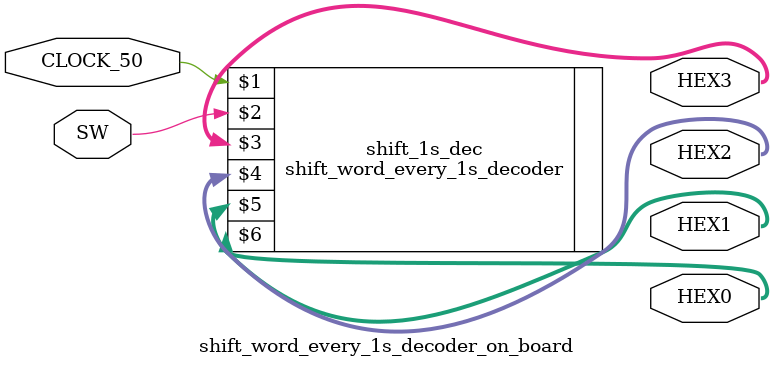
<source format=v>
module shift_word_every_1s_decoder_on_board(input CLOCK_50,
															input [0:0] SW,
															output [0:6] HEX3, HEX2, HEX1, HEX0);
															
		shift_word_every_1s_decoder shift_1s_dec(CLOCK_50, SW[0], HEX3[0:6], HEX2[0:6], HEX1[0:6], HEX0[0:6]);
	
endmodule

</source>
